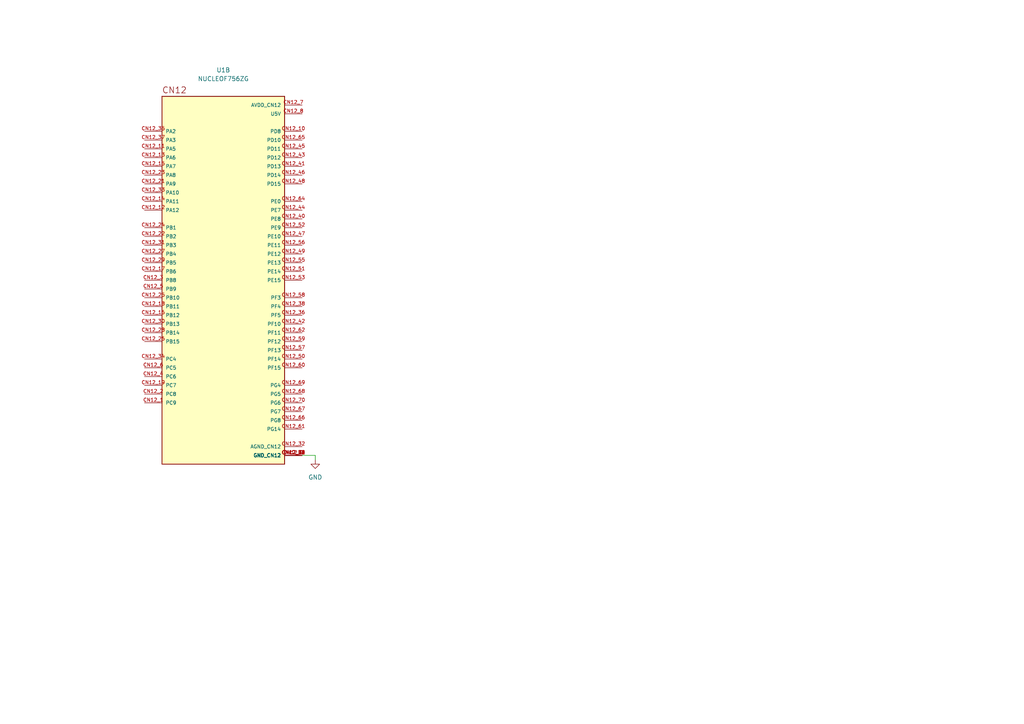
<source format=kicad_sch>
(kicad_sch (version 20230121) (generator eeschema)
  (paper "A4")
  (lib_symbols
    (symbol "nucleo:NUCLEOF756ZG" (pin_names (offset 1.016))
      (property "Reference" "U" (at -17.78 59.69 0))
      (property "Value" "NUCLEOF756ZG" (at -17.78 -59.69 0))
      (symbol "NUCLEOF756ZG_1_0"
        (rectangle (start -17.78 -58.42) (end 17.78 55.88) (stroke (width 0.254)) (fill (type background)))
        (text "CN11" (at -17.78 56.642 0) (effects (font (size 1.778 1.778)) (justify left bottom)))
        (pin bidirectional line (at -22.86 -7.62 0) (length 5.08) (name "PC10") (number "CN11_1"))
        (pin no_connect line (at 22.86 -45.72 180) (length 5.08) (name "NC_10") (number "CN11_10"))
        (pin bidirectional line (at 22.86 0 180) (length 5.08) (name "PF7") (number "CN11_11"))
        (pin bidirectional line (at 22.86 35.56 180) (length 5.08) (name "IOREF_CN11") (number "CN11_12"))
        (pin bidirectional line (at -22.86 20.32 0) (length 5.08) (name "PA13") (number "CN11_13"))
        (pin bidirectional line (at -22.86 33.02 0) (length 5.08) (name "RESET_CN11") (number "CN11_14"))
        (pin bidirectional line (at -22.86 17.78 0) (length 5.08) (name "PA14") (number "CN11_15"))
        (pin power_in line (at 22.86 53.34 180) (length 5.08) (name "+3V3_CN11") (number "CN11_16"))
        (pin bidirectional line (at -22.86 15.24 0) (length 5.08) (name "PA15") (number "CN11_17"))
        (pin power_in line (at 22.86 50.8 180) (length 5.08) (name "+5V_CN11") (number "CN11_18"))
        (pin power_in line (at 22.86 -55.88 180) (length 5.08) (name "GND_CN11") (number "CN11_19"))
        (pin bidirectional line (at -22.86 -10.16 0) (length 5.08) (name "PC11") (number "CN11_2"))
        (pin power_in line (at 22.86 -55.88 180) (length 5.08) (name "GND_CN11") (number "CN11_20"))
        (pin bidirectional line (at -22.86 7.62 0) (length 5.08) (name "PB7") (number "CN11_21"))
        (pin power_in line (at 22.86 -55.88 180) (length 5.08) (name "GND_CN11") (number "CN11_22"))
        (pin bidirectional line (at -22.86 -15.24 0) (length 5.08) (name "PC13") (number "CN11_23"))
        (pin power_in line (at 22.86 40.64 180) (length 5.08) (name "VIN_CN11") (number "CN11_24"))
        (pin bidirectional line (at -22.86 -17.78 0) (length 5.08) (name "PC14") (number "CN11_25"))
        (pin no_connect line (at 22.86 -48.26 180) (length 5.08) (name "NC_26") (number "CN11_26"))
        (pin bidirectional line (at -22.86 -20.32 0) (length 5.08) (name "PC15") (number "CN11_27"))
        (pin bidirectional line (at -22.86 27.94 0) (length 5.08) (name "PA0") (number "CN11_28"))
        (pin bidirectional line (at 22.86 -38.1 180) (length 5.08) (name "PH0") (number "CN11_29"))
        (pin bidirectional line (at -22.86 -12.7 0) (length 5.08) (name "PC12") (number "CN11_3"))
        (pin bidirectional line (at -22.86 25.4 0) (length 5.08) (name "PA1") (number "CN11_30"))
        (pin bidirectional line (at 22.86 -40.64 180) (length 5.08) (name "PH1") (number "CN11_31"))
        (pin bidirectional line (at -22.86 22.86 0) (length 5.08) (name "PA4") (number "CN11_32"))
        (pin power_in line (at 22.86 45.72 180) (length 5.08) (name "VBAT_CN11") (number "CN11_33"))
        (pin bidirectional line (at -22.86 10.16 0) (length 5.08) (name "PB0") (number "CN11_34"))
        (pin bidirectional line (at -22.86 -2.54 0) (length 5.08) (name "PC2") (number "CN11_35"))
        (pin bidirectional line (at -22.86 0 0) (length 5.08) (name "PC1") (number "CN11_36"))
        (pin bidirectional line (at -22.86 -5.08 0) (length 5.08) (name "PC3") (number "CN11_37"))
        (pin bidirectional line (at -22.86 2.54 0) (length 5.08) (name "PC0") (number "CN11_38"))
        (pin bidirectional line (at -22.86 -35.56 0) (length 5.08) (name "PD4") (number "CN11_39"))
        (pin bidirectional line (at -22.86 -30.48 0) (length 5.08) (name "PD2") (number "CN11_4"))
        (pin bidirectional line (at -22.86 -33.02 0) (length 5.08) (name "PD3") (number "CN11_40"))
        (pin bidirectional line (at -22.86 -38.1 0) (length 5.08) (name "PD5") (number "CN11_41"))
        (pin bidirectional line (at 22.86 -15.24 180) (length 5.08) (name "PG2") (number "CN11_42"))
        (pin bidirectional line (at -22.86 -40.64 0) (length 5.08) (name "PD6") (number "CN11_43"))
        (pin bidirectional line (at 22.86 -17.78 180) (length 5.08) (name "PG3") (number "CN11_44"))
        (pin bidirectional line (at -22.86 -43.18 0) (length 5.08) (name "PD7") (number "CN11_45"))
        (pin bidirectional line (at 22.86 25.4 180) (length 5.08) (name "PE2") (number "CN11_46"))
        (pin bidirectional line (at 22.86 22.86 180) (length 5.08) (name "PE3") (number "CN11_47"))
        (pin bidirectional line (at 22.86 20.32 180) (length 5.08) (name "PE4") (number "CN11_48"))
        (pin power_in line (at 22.86 -55.88 180) (length 5.08) (name "GND_CN11") (number "CN11_49"))
        (pin power_in line (at 22.86 43.18 180) (length 5.08) (name "VDD_CN11") (number "CN11_5"))
        (pin bidirectional line (at 22.86 17.78 180) (length 5.08) (name "PE5") (number "CN11_50"))
        (pin bidirectional line (at 22.86 7.62 180) (length 5.08) (name "PF1") (number "CN11_51"))
        (pin bidirectional line (at 22.86 5.08 180) (length 5.08) (name "PF2") (number "CN11_52"))
        (pin bidirectional line (at 22.86 10.16 180) (length 5.08) (name "PF0") (number "CN11_53"))
        (pin bidirectional line (at 22.86 -2.54 180) (length 5.08) (name "PF8") (number "CN11_54"))
        (pin bidirectional line (at -22.86 -27.94 0) (length 5.08) (name "PD1") (number "CN11_55"))
        (pin bidirectional line (at 22.86 -5.08 180) (length 5.08) (name "PF9") (number "CN11_56"))
        (pin bidirectional line (at -22.86 -25.4 0) (length 5.08) (name "PD0") (number "CN11_57"))
        (pin bidirectional line (at 22.86 -12.7 180) (length 5.08) (name "PG1") (number "CN11_58"))
        (pin bidirectional line (at 22.86 -10.16 180) (length 5.08) (name "PG0") (number "CN11_59"))
        (pin power_in line (at 22.86 48.26 180) (length 5.08) (name "E5V_CN11") (number "CN11_6"))
        (pin power_in line (at 22.86 -55.88 180) (length 5.08) (name "GND_CN11") (number "CN11_60"))
        (pin bidirectional line (at 22.86 27.94 180) (length 5.08) (name "PE1") (number "CN11_61"))
        (pin bidirectional line (at 22.86 15.24 180) (length 5.08) (name "PE6") (number "CN11_62"))
        (pin bidirectional line (at 22.86 -20.32 180) (length 5.08) (name "PG9") (number "CN11_63"))
        (pin bidirectional line (at 22.86 -33.02 180) (length 5.08) (name "PG15") (number "CN11_64"))
        (pin bidirectional line (at 22.86 -27.94 180) (length 5.08) (name "PG12") (number "CN11_65"))
        (pin bidirectional line (at 22.86 -22.86 180) (length 5.08) (name "PG10") (number "CN11_66"))
        (pin no_connect line (at 22.86 -50.8 180) (length 5.08) (name "NC_67") (number "CN11_67"))
        (pin bidirectional line (at 22.86 -30.48 180) (length 5.08) (name "PG13") (number "CN11_68"))
        (pin bidirectional line (at -22.86 -45.72 0) (length 5.08) (name "PD9") (number "CN11_69"))
        (pin bidirectional line (at -22.86 35.56 0) (length 5.08) (name "BOOT0") (number "CN11_7"))
        (pin bidirectional line (at 22.86 -25.4 180) (length 5.08) (name "PG11") (number "CN11_70"))
        (pin power_in line (at 22.86 -55.88 180) (length 5.08) (name "GND_CN11") (number "CN11_71"))
        (pin power_in line (at 22.86 -55.88 180) (length 5.08) (name "GND_CN11") (number "CN11_72"))
        (pin power_in line (at 22.86 -55.88 180) (length 5.08) (name "GND_CN11") (number "CN11_8"))
        (pin bidirectional line (at 22.86 2.54 180) (length 5.08) (name "PF6") (number "CN11_9"))
      )
      (symbol "NUCLEOF756ZG_2_0"
        (rectangle (start -17.78 -53.34) (end 17.78 53.34) (stroke (width 0.254)) (fill (type background)))
        (text "CN12" (at -17.78 54.102 0) (effects (font (size 1.778 1.778)) (justify left bottom)))
        (pin bidirectional line (at -22.86 -35.56 0) (length 5.08) (name "PC9") (number "CN12_1"))
        (pin bidirectional line (at 22.86 43.18 180) (length 5.08) (name "PD8") (number "CN12_10"))
        (pin bidirectional line (at -22.86 38.1 0) (length 5.08) (name "PA5") (number "CN12_11"))
        (pin bidirectional line (at -22.86 20.32 0) (length 5.08) (name "PA12") (number "CN12_12"))
        (pin bidirectional line (at -22.86 35.56 0) (length 5.08) (name "PA6") (number "CN12_13"))
        (pin bidirectional line (at -22.86 22.86 0) (length 5.08) (name "PA11") (number "CN12_14"))
        (pin bidirectional line (at -22.86 33.02 0) (length 5.08) (name "PA7") (number "CN12_15"))
        (pin bidirectional line (at -22.86 -10.16 0) (length 5.08) (name "PB12") (number "CN12_16"))
        (pin bidirectional line (at -22.86 2.54 0) (length 5.08) (name "PB6") (number "CN12_17"))
        (pin bidirectional line (at -22.86 -7.62 0) (length 5.08) (name "PB11") (number "CN12_18"))
        (pin bidirectional line (at -22.86 -30.48 0) (length 5.08) (name "PC7") (number "CN12_19"))
        (pin bidirectional line (at -22.86 -33.02 0) (length 5.08) (name "PC8") (number "CN12_2"))
        (pin power_in line (at 22.86 -50.8 180) (length 5.08) (name "GND_CN12") (number "CN12_20"))
        (pin bidirectional line (at -22.86 27.94 0) (length 5.08) (name "PA9") (number "CN12_21"))
        (pin bidirectional line (at -22.86 12.7 0) (length 5.08) (name "PB2") (number "CN12_22"))
        (pin bidirectional line (at -22.86 30.48 0) (length 5.08) (name "PA8") (number "CN12_23"))
        (pin bidirectional line (at -22.86 15.24 0) (length 5.08) (name "PB1") (number "CN12_24"))
        (pin bidirectional line (at -22.86 -5.08 0) (length 5.08) (name "PB10") (number "CN12_25"))
        (pin bidirectional line (at -22.86 -17.78 0) (length 5.08) (name "PB15") (number "CN12_26"))
        (pin bidirectional line (at -22.86 7.62 0) (length 5.08) (name "PB4") (number "CN12_27"))
        (pin bidirectional line (at -22.86 -15.24 0) (length 5.08) (name "PB14") (number "CN12_28"))
        (pin bidirectional line (at -22.86 5.08 0) (length 5.08) (name "PB5") (number "CN12_29"))
        (pin bidirectional line (at -22.86 0 0) (length 5.08) (name "PB8") (number "CN12_3"))
        (pin bidirectional line (at -22.86 -12.7 0) (length 5.08) (name "PB13") (number "CN12_30"))
        (pin bidirectional line (at -22.86 10.16 0) (length 5.08) (name "PB3") (number "CN12_31"))
        (pin power_in line (at 22.86 -48.26 180) (length 5.08) (name "AGND_CN12") (number "CN12_32"))
        (pin bidirectional line (at -22.86 25.4 0) (length 5.08) (name "PA10") (number "CN12_33"))
        (pin bidirectional line (at -22.86 -22.86 0) (length 5.08) (name "PC4") (number "CN12_34"))
        (pin bidirectional line (at -22.86 43.18 0) (length 5.08) (name "PA2") (number "CN12_35"))
        (pin bidirectional line (at 22.86 -10.16 180) (length 5.08) (name "PF5") (number "CN12_36"))
        (pin bidirectional line (at -22.86 40.64 0) (length 5.08) (name "PA3") (number "CN12_37"))
        (pin bidirectional line (at 22.86 -7.62 180) (length 5.08) (name "PF4") (number "CN12_38"))
        (pin power_in line (at 22.86 -50.8 180) (length 5.08) (name "GND_CN12") (number "CN12_39"))
        (pin bidirectional line (at -22.86 -27.94 0) (length 5.08) (name "PC6") (number "CN12_4"))
        (pin bidirectional line (at 22.86 17.78 180) (length 5.08) (name "PE8") (number "CN12_40"))
        (pin bidirectional line (at 22.86 33.02 180) (length 5.08) (name "PD13") (number "CN12_41"))
        (pin bidirectional line (at 22.86 -12.7 180) (length 5.08) (name "PF10") (number "CN12_42"))
        (pin bidirectional line (at 22.86 35.56 180) (length 5.08) (name "PD12") (number "CN12_43"))
        (pin bidirectional line (at 22.86 20.32 180) (length 5.08) (name "PE7") (number "CN12_44"))
        (pin bidirectional line (at 22.86 38.1 180) (length 5.08) (name "PD11") (number "CN12_45"))
        (pin bidirectional line (at 22.86 30.48 180) (length 5.08) (name "PD14") (number "CN12_46"))
        (pin bidirectional line (at 22.86 12.7 180) (length 5.08) (name "PE10") (number "CN12_47"))
        (pin bidirectional line (at 22.86 27.94 180) (length 5.08) (name "PD15") (number "CN12_48"))
        (pin bidirectional line (at 22.86 7.62 180) (length 5.08) (name "PE12") (number "CN12_49"))
        (pin bidirectional line (at -22.86 -2.54 0) (length 5.08) (name "PB9") (number "CN12_5"))
        (pin bidirectional line (at 22.86 -22.86 180) (length 5.08) (name "PF14") (number "CN12_50"))
        (pin bidirectional line (at 22.86 2.54 180) (length 5.08) (name "PE14") (number "CN12_51"))
        (pin bidirectional line (at 22.86 15.24 180) (length 5.08) (name "PE9") (number "CN12_52"))
        (pin bidirectional line (at 22.86 0 180) (length 5.08) (name "PE15") (number "CN12_53"))
        (pin power_in line (at 22.86 -50.8 180) (length 5.08) (name "GND_CN12") (number "CN12_54"))
        (pin bidirectional line (at 22.86 5.08 180) (length 5.08) (name "PE13") (number "CN12_55"))
        (pin bidirectional line (at 22.86 10.16 180) (length 5.08) (name "PE11") (number "CN12_56"))
        (pin bidirectional line (at 22.86 -20.32 180) (length 5.08) (name "PF13") (number "CN12_57"))
        (pin bidirectional line (at 22.86 -5.08 180) (length 5.08) (name "PF3") (number "CN12_58"))
        (pin bidirectional line (at 22.86 -17.78 180) (length 5.08) (name "PF12") (number "CN12_59"))
        (pin bidirectional line (at -22.86 -25.4 0) (length 5.08) (name "PC5") (number "CN12_6"))
        (pin bidirectional line (at 22.86 -25.4 180) (length 5.08) (name "PF15") (number "CN12_60"))
        (pin bidirectional line (at 22.86 -43.18 180) (length 5.08) (name "PG14") (number "CN12_61"))
        (pin bidirectional line (at 22.86 -15.24 180) (length 5.08) (name "PF11") (number "CN12_62"))
        (pin power_in line (at 22.86 -50.8 180) (length 5.08) (name "GND_CN12") (number "CN12_63"))
        (pin bidirectional line (at 22.86 22.86 180) (length 5.08) (name "PE0") (number "CN12_64"))
        (pin bidirectional line (at 22.86 40.64 180) (length 5.08) (name "PD10") (number "CN12_65"))
        (pin bidirectional line (at 22.86 -40.64 180) (length 5.08) (name "PG8") (number "CN12_66"))
        (pin bidirectional line (at 22.86 -38.1 180) (length 5.08) (name "PG7") (number "CN12_67"))
        (pin bidirectional line (at 22.86 -33.02 180) (length 5.08) (name "PG5") (number "CN12_68"))
        (pin bidirectional line (at 22.86 -30.48 180) (length 5.08) (name "PG4") (number "CN12_69"))
        (pin power_in line (at 22.86 50.8 180) (length 5.08) (name "AVDD_CN12") (number "CN12_7"))
        (pin bidirectional line (at 22.86 -35.56 180) (length 5.08) (name "PG6") (number "CN12_70"))
        (pin power_in line (at 22.86 -50.8 180) (length 5.08) (name "GND_CN12") (number "CN12_71"))
        (pin power_in line (at 22.86 -50.8 180) (length 5.08) (name "GND_CN12") (number "CN12_72"))
        (pin power_in line (at 22.86 48.26 180) (length 5.08) (name "U5V") (number "CN12_8"))
        (pin power_in line (at 22.86 -50.8 180) (length 5.08) (name "GND_CN12") (number "CN12_9"))
      )
      (symbol "NUCLEOF756ZG_3_0"
        (rectangle (start -27.94 -17.78) (end 27.94 17.78) (stroke (width 0.254)) (fill (type background)))
        (text "CN8" (at -27.94 18.542 0) (effects (font (size 1.778 1.778)) (justify left bottom)))
        (pin no_connect line (at 33.02 -10.16 180) (length 5.08) (name "NC_1") (number "CN8_1"))
        (pin bidirectional line (at -33.02 -10.16 0) (length 5.08) (name "D47/SDMMC_CK") (number "CN8_10"))
        (pin power_in line (at 33.02 -15.24 180) (length 5.08) (name "GND_CN8") (number "CN8_11"))
        (pin bidirectional line (at -33.02 -12.7 0) (length 5.08) (name "D48/SDMMC_CMD") (number "CN8_12"))
        (pin power_in line (at 33.02 -15.24 180) (length 5.08) (name "GND_CN8") (number "CN8_13"))
        (pin bidirectional line (at 33.02 -5.08 180) (length 5.08) (name "D49/IO") (number "CN8_14"))
        (pin power_in line (at 33.02 15.24 180) (length 5.08) (name "VIN_CN8") (number "CN8_15"))
        (pin bidirectional line (at 33.02 -2.54 180) (length 5.08) (name "D50/IO") (number "CN8_16"))
        (pin bidirectional line (at -33.02 0 0) (length 5.08) (name "D43/SDMMC_D0") (number "CN8_2"))
        (pin bidirectional line (at 33.02 5.08 180) (length 5.08) (name "IOREF_CN8") (number "CN8_3"))
        (pin bidirectional line (at -33.02 -2.54 0) (length 5.08) (name "D44/SDMMC_D1/I2S_A_CKIN") (number "CN8_4"))
        (pin bidirectional line (at -33.02 5.08 0) (length 5.08) (name "RESET_CN8") (number "CN8_5"))
        (pin bidirectional line (at -33.02 -5.08 0) (length 5.08) (name "D45/SDMMC_D2") (number "CN8_6"))
        (pin power_in line (at 33.02 10.16 180) (length 5.08) (name "+3V3_CN8") (number "CN8_7"))
        (pin bidirectional line (at -33.02 -7.62 0) (length 5.08) (name "D46/SDMMC_D3") (number "CN8_8"))
        (pin power_in line (at 33.02 12.7 180) (length 5.08) (name "+5V_CN8") (number "CN8_9"))
      )
      (symbol "NUCLEOF756ZG_4_0"
        (rectangle (start -25.4 -25.4) (end 25.4 25.4) (stroke (width 0.254)) (fill (type background)))
        (text "CN9" (at -25.4 26.162 0) (effects (font (size 1.778 1.778)) (justify left bottom)))
        (pin input line (at -30.48 22.86 0) (length 5.08) (name "A0/ADC123_IN3") (number "CN9_1"))
        (pin bidirectional line (at -30.48 -5.08 0) (length 5.08) (name "D55/USART_B_CTS") (number "CN9_10"))
        (pin input line (at -30.48 10.16 0) (length 5.08) (name "A5/ADC3_IN8/I2C1_SCL") (number "CN9_11"))
        (pin power_in line (at 30.48 -22.86 180) (length 5.08) (name "GND_CN9") (number "CN9_12"))
        (pin bidirectional line (at 30.48 -5.08 180) (length 5.08) (name "D72/NC") (number "CN9_13"))
        (pin bidirectional line (at -30.48 -10.16 0) (length 5.08) (name "D56/SAI_A_MCLK") (number "CN9_14"))
        (pin bidirectional line (at 30.48 0 180) (length 5.08) (name "D71/IO") (number "CN9_15"))
        (pin bidirectional line (at -30.48 -12.7 0) (length 5.08) (name "D57/SAI_A_FS") (number "CN9_16"))
        (pin bidirectional line (at 30.48 17.78 180) (length 5.08) (name "D70/I2C_B_SMBA") (number "CN9_17"))
        (pin bidirectional line (at -30.48 -15.24 0) (length 5.08) (name "D58/SAI_A_SCK") (number "CN9_18"))
        (pin bidirectional line (at 30.48 20.32 180) (length 5.08) (name "D69/I2C_B_SCL") (number "CN9_19"))
        (pin bidirectional line (at -30.48 5.08 0) (length 5.08) (name "D51/USART_B_SCLK") (number "CN9_2"))
        (pin bidirectional line (at -30.48 -17.78 0) (length 5.08) (name "D59/SAI_A_SD") (number "CN9_20"))
        (pin bidirectional line (at 30.48 22.86 180) (length 5.08) (name "D68/I2C_B_SDA") (number "CN9_21"))
        (pin bidirectional line (at 30.48 -17.78 180) (length 5.08) (name "D60/SAI_B_SD") (number "CN9_22"))
        (pin power_in line (at 30.48 -22.86 180) (length 5.08) (name "GND_CN9") (number "CN9_23"))
        (pin bidirectional line (at 30.48 -15.24 180) (length 5.08) (name "D61/SAI_B_SCK") (number "CN9_24"))
        (pin input line (at 30.48 10.16 180) (length 5.08) (name "D67/CAN_RX") (number "CN9_25"))
        (pin bidirectional line (at 30.48 -10.16 180) (length 5.08) (name "D62/SAI_B_MCLK") (number "CN9_26"))
        (pin output line (at 30.48 12.7 180) (length 5.08) (name "D66/CAN_TX") (number "CN9_27"))
        (pin bidirectional line (at 30.48 -12.7 180) (length 5.08) (name "D63/SAI_B_FS") (number "CN9_28"))
        (pin bidirectional line (at 30.48 2.54 180) (length 5.08) (name "D65/IO") (number "CN9_29"))
        (pin input line (at -30.48 20.32 0) (length 5.08) (name "A1/ADC123_IN10") (number "CN9_3"))
        (pin bidirectional line (at 30.48 5.08 180) (length 5.08) (name "D64/IO") (number "CN9_30"))
        (pin bidirectional line (at -30.48 2.54 0) (length 5.08) (name "D52/USART_B_RX") (number "CN9_4"))
        (pin input line (at -30.48 17.78 0) (length 5.08) (name "A2/ADC123_IN13") (number "CN9_5"))
        (pin bidirectional line (at -30.48 0 0) (length 5.08) (name "D53/USART_B_TX") (number "CN9_6"))
        (pin input line (at -30.48 15.24 0) (length 5.08) (name "A3/ADC3_IN9") (number "CN9_7"))
        (pin bidirectional line (at -30.48 -2.54 0) (length 5.08) (name "D54/USART_B_RTS") (number "CN9_8"))
        (pin input line (at -30.48 12.7 0) (length 5.08) (name "A4/ADC3_IN15/I2C1_SDA") (number "CN9_9"))
      )
      (symbol "NUCLEOF756ZG_5_0"
        (rectangle (start -33.02 -20.32) (end 33.02 20.32) (stroke (width 0.254)) (fill (type background)))
        (text "CN7" (at -33.02 21.082 0) (effects (font (size 1.778 1.778)) (justify left bottom)))
        (pin bidirectional line (at -38.1 -12.7 0) (length 5.08) (name "D16/I2S_A_MCK") (number "CN7_1"))
        (pin bidirectional line (at -38.1 -5.08 0) (length 5.08) (name "D13/SPI_A_SCK") (number "CN7_10"))
        (pin bidirectional line (at 38.1 0 180) (length 5.08) (name "D21/I2S_B_MCK") (number "CN7_11"))
        (pin bidirectional line (at -38.1 -2.54 0) (length 5.08) (name "D12/SPI_A_MISO") (number "CN7_12"))
        (pin bidirectional line (at 38.1 5.08 180) (length 5.08) (name "D22/I2S_B_SD/SPI_B_MOSI") (number "CN7_13"))
        (pin bidirectional line (at -38.1 0 0) (length 5.08) (name "D11/SPI_A_MOSI/TIM_E_PWM1") (number "CN7_14"))
        (pin bidirectional line (at 38.1 7.62 180) (length 5.08) (name "D23/I2S_B_CK/SPI_B_SCK") (number "CN7_15"))
        (pin bidirectional line (at -38.1 2.54 0) (length 5.08) (name "D10/SPI_A_CS/TIM_B_PWM3") (number "CN7_16"))
        (pin bidirectional line (at 38.1 10.16 180) (length 5.08) (name "D24/SPI_B_NSS") (number "CN7_17"))
        (pin bidirectional line (at -38.1 10.16 0) (length 5.08) (name "D9/TIMER_B_PWM2") (number "CN7_18"))
        (pin bidirectional line (at 38.1 12.7 180) (length 5.08) (name "D25/SPI_B_MISO") (number "CN7_19"))
        (pin bidirectional line (at -38.1 -10.16 0) (length 5.08) (name "D15/I2C_A_SCL") (number "CN7_2"))
        (pin bidirectional line (at -38.1 12.7 0) (length 5.08) (name "D8/IO") (number "CN7_20"))
        (pin bidirectional line (at 38.1 -12.7 180) (length 5.08) (name "D17/I2S_A_SD") (number "CN7_3"))
        (pin bidirectional line (at -38.1 -7.62 0) (length 5.08) (name "D14/I2C_A_SDA") (number "CN7_4"))
        (pin bidirectional line (at 38.1 -10.16 180) (length 5.08) (name "D18/I2S_A_CK") (number "CN7_5"))
        (pin power_in line (at 38.1 17.78 180) (length 5.08) (name "AREF") (number "CN7_6"))
        (pin bidirectional line (at 38.1 -7.62 180) (length 5.08) (name "D19/I2S_A_WS") (number "CN7_7"))
        (pin power_in line (at 38.1 -17.78 180) (length 5.08) (name "GND_CN7") (number "CN7_8"))
        (pin bidirectional line (at 38.1 -2.54 180) (length 5.08) (name "D20/I2S_B_WS") (number "CN7_9"))
      )
      (symbol "NUCLEOF756ZG_6_0"
        (rectangle (start -25.4 -30.48) (end 25.4 30.48) (stroke (width 0.254)) (fill (type background)))
        (text "CN10" (at -25.4 31.242 0) (effects (font (size 1.778 1.778)) (justify left bottom)))
        (pin power_in line (at 30.48 27.94 180) (length 5.08) (name "AVDD_CN10") (number "CN10_1"))
        (pin bidirectional line (at -30.48 0 0) (length 5.08) (name "D3/TIMER_A_PWM3") (number "CN10_10"))
        (pin input line (at -30.48 17.78 0) (length 5.08) (name "A8/ADC_C_IN") (number "CN10_11"))
        (pin bidirectional line (at 30.48 -12.7 180) (length 5.08) (name "D2/IO") (number "CN10_12"))
        (pin bidirectional line (at -30.48 -5.08 0) (length 5.08) (name "D26/QSPI_CS") (number "CN10_13"))
        (pin output line (at -30.48 10.16 0) (length 5.08) (name "D1/USART_A_TX") (number "CN10_14"))
        (pin bidirectional line (at -30.48 -7.62 0) (length 5.08) (name "D27/QSPI_CLK") (number "CN10_15"))
        (pin input line (at -30.48 12.7 0) (length 5.08) (name "D0/USART_A_RX") (number "CN10_16"))
        (pin power_in line (at 30.48 -27.94 180) (length 5.08) (name "GND_CN10") (number "CN10_17"))
        (pin bidirectional line (at 30.48 12.7 180) (length 5.08) (name "D42/TIMER_A_PWM1N") (number "CN10_18"))
        (pin bidirectional line (at -30.48 -10.16 0) (length 5.08) (name "D28/QSPI_BK1_IO3") (number "CN10_19"))
        (pin bidirectional line (at 30.48 -17.78 180) (length 5.08) (name "D7/IO") (number "CN10_2"))
        (pin bidirectional line (at 30.48 15.24 180) (length 5.08) (name "D41/TIMER_A_ETR") (number "CN10_20"))
        (pin bidirectional line (at -30.48 -12.7 0) (length 5.08) (name "D29/QSPI_BK1_IO1") (number "CN10_21"))
        (pin power_in line (at 30.48 -27.94 180) (length 5.08) (name "GND_CN10") (number "CN10_22"))
        (pin bidirectional line (at -30.48 -15.24 0) (length 5.08) (name "D30/QSPI_BK1_IO0") (number "CN10_23"))
        (pin bidirectional line (at 30.48 17.78 180) (length 5.08) (name "D40/TIMER_A_PWM2N") (number "CN10_24"))
        (pin bidirectional line (at -30.48 -17.78 0) (length 5.08) (name "D31/QSPI_BK1_IO2") (number "CN10_25"))
        (pin bidirectional line (at 30.48 20.32 180) (length 5.08) (name "D39/TIMER_A_PWM3N") (number "CN10_26"))
        (pin power_in line (at 30.48 -27.94 180) (length 5.08) (name "GND_CN10") (number "CN10_27"))
        (pin bidirectional line (at 30.48 -20.32 180) (length 5.08) (name "D38/IO") (number "CN10_28"))
        (pin bidirectional line (at 30.48 2.54 180) (length 5.08) (name "D32/TIMER_C_PWM1") (number "CN10_29"))
        (pin power_in line (at 30.48 -25.4 180) (length 5.08) (name "AGND_CN10") (number "CN10_3"))
        (pin bidirectional line (at 30.48 22.86 180) (length 5.08) (name "D37/TIMER_A_BKIN1") (number "CN10_30"))
        (pin bidirectional line (at 30.48 -7.62 180) (length 5.08) (name "D33/TIMER_D_PWM1") (number "CN10_31"))
        (pin bidirectional line (at 30.48 0 180) (length 5.08) (name "D36/TIMER_C_PWM2") (number "CN10_32"))
        (pin bidirectional line (at 30.48 7.62 180) (length 5.08) (name "D34/TIMER_B_ETR") (number "CN10_33"))
        (pin bidirectional line (at 30.48 -2.54 180) (length 5.08) (name "D35/TIMER_C_PWM3") (number "CN10_34"))
        (pin bidirectional line (at -30.48 5.08 0) (length 5.08) (name "D6/TIMER_A_PWM1") (number "CN10_4"))
        (pin power_in line (at 30.48 -27.94 180) (length 5.08) (name "GND_CN10") (number "CN10_5"))
        (pin bidirectional line (at -30.48 2.54 0) (length 5.08) (name "D5/TIMER_A_PWM2") (number "CN10_6"))
        (pin input line (at -30.48 22.86 0) (length 5.08) (name "A6/ADC_A_IN") (number "CN10_7"))
        (pin bidirectional line (at 30.48 -15.24 180) (length 5.08) (name "D4/IO") (number "CN10_8"))
        (pin input line (at -30.48 20.32 0) (length 5.08) (name "A7/ADC_B_IN") (number "CN10_9"))
      )
    )
    (symbol "power:GND" (power) (pin_names (offset 0))
      (property "Value" "GND" (at 0 -3.81 0))
      (symbol "GND_0_1"
        (polyline (pts (xy 0 0) (xy 0 -1.27) (xy 1.27 -1.27) (xy 0 -2.54) (xy -1.27 -1.27) (xy 0 -1.27)))
      )
      (symbol "GND_1_1"
        (pin power_in line (at 0 0 270) (length 0) hide (name "GND") (number "1"))
      )
    )
  )
  (wire (pts (xy 91.44 133.35) (xy 91.44 132.08)))
  (wire (pts (xy 91.44 132.08) (xy 87.63 132.08)))
  (symbol (lib_id "nucleo:NUCLEOF756ZG") (at 64.77 81.28 0) (unit 2)
    (property "Reference" "U1" (at 64.77 20.32 0))
    (property "Value" "NUCLEOF756ZG" (at 64.77 22.86 0))
    (property "Footprint" "nucleo:MODULE_NUCLEOF756ZG" (effects hide))
    (property "MF" "STMicroelectronics" (effects hide))
    (property "Description" "\nSTM32F756ZG, mbed-Enabled Development Nucleo-144 STM32F7 ARM® Cortex®-M7 MCU 32-Bit Embedded Evaluation Board\n" (effects hide))
    (property "Package" "None" (effects hide))
    (property "Price" "None" (effects hide))
    (property "Check_prices" "https://www.snapeda.com/parts/NUCLEO-F756ZG/STMicroelectronics/view-part/?ref=eda" (effects hide))
    (property "STANDARD" "Manufacturer Recommendations" (effects hide))
    (property "PARTREV" "9" (effects hide))
    (property "SnapEDA_Link" "https://www.snapeda.com/parts/NUCLEO-F756ZG/STMicroelectronics/view-part/?ref=snap" (effects hide))
    (property "MP" "NUCLEO-F756ZG" (effects hide))
    (property "Purchase-URL" "https://www.snapeda.com/api/url_track_click_mouser/?unipart_id=3662728&manufacturer=STMicroelectronics&part_name=NUCLEO-F756ZG&search_term=nucleo-f756zg" (effects hide))
    (property "MANUFACTURER" "STMicroelectronics" (effects hide))
    (property "Availability" "In Stock" (effects hide))
    (property "SNAPEDA_PN" "NUCLEOF756ZG" (effects hide))
  )
  (symbol (lib_id "power:GND") (at 91.44 133.35 0) (unit 1)
    (property "Reference" "#PWR06" (effects hide))
    (property "Value" "GND" (at 91.44 138.43 0))
  )
)
</source>
